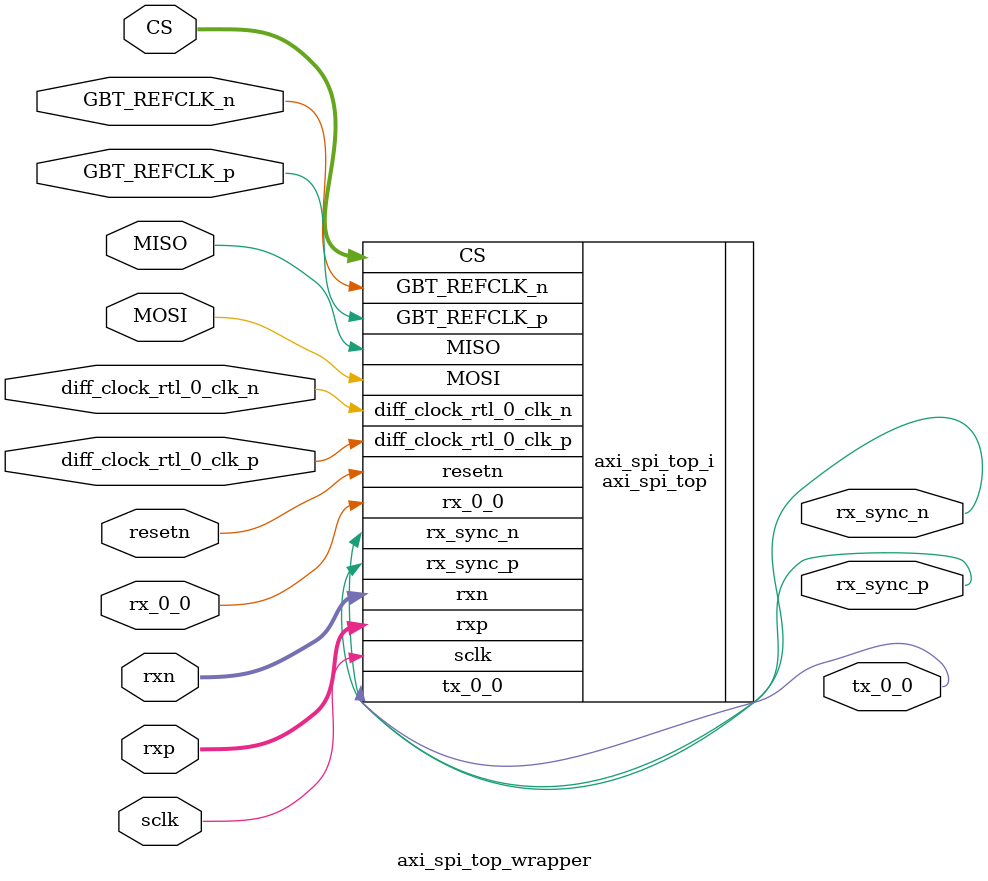
<source format=v>
`timescale 1 ps / 1 ps

module axi_spi_top_wrapper
   (CS,
    GBT_REFCLK_n,
    GBT_REFCLK_p,
    MISO,
    MOSI,
    diff_clock_rtl_0_clk_n,
    diff_clock_rtl_0_clk_p,
    resetn,
    rx_0_0,
    rx_sync_n,
    rx_sync_p,
    rxn,
    rxp,
    sclk,
    tx_0_0);
  inout [4:0]CS;
  input GBT_REFCLK_n;
  input GBT_REFCLK_p;
  inout MISO;
  inout MOSI;
  input diff_clock_rtl_0_clk_n;
  input diff_clock_rtl_0_clk_p;
  input resetn;
  input rx_0_0;
  output [0:0]rx_sync_n;
  output [0:0]rx_sync_p;
  input [1:0]rxn;
  input [1:0]rxp;
  inout sclk;
  output tx_0_0;

  wire [4:0]CS;
  wire GBT_REFCLK_n;
  wire GBT_REFCLK_p;
  wire MISO;
  wire MOSI;
  wire diff_clock_rtl_0_clk_n;
  wire diff_clock_rtl_0_clk_p;
  wire resetn;
  wire rx_0_0;
  wire [0:0]rx_sync_n;
  wire [0:0]rx_sync_p;
  wire [1:0]rxn;
  wire [1:0]rxp;
  wire sclk;
  wire tx_0_0;

  axi_spi_top axi_spi_top_i
       (.CS(CS),
        .GBT_REFCLK_n(GBT_REFCLK_n),
        .GBT_REFCLK_p(GBT_REFCLK_p),
        .MISO(MISO),
        .MOSI(MOSI),
        .diff_clock_rtl_0_clk_n(diff_clock_rtl_0_clk_n),
        .diff_clock_rtl_0_clk_p(diff_clock_rtl_0_clk_p),
        .resetn(resetn),
        .rx_0_0(rx_0_0),
        .rx_sync_n(rx_sync_n),
        .rx_sync_p(rx_sync_p),
        .rxn(rxn),
        .rxp(rxp),
        .sclk(sclk),
        .tx_0_0(tx_0_0));
endmodule

</source>
